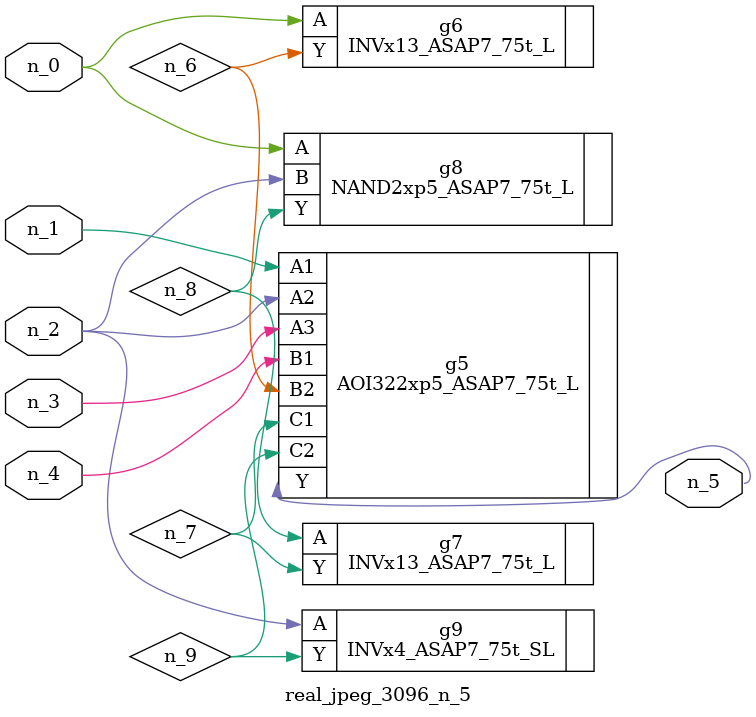
<source format=v>
module real_jpeg_3096_n_5 (n_4, n_0, n_1, n_2, n_3, n_5);

input n_4;
input n_0;
input n_1;
input n_2;
input n_3;

output n_5;

wire n_8;
wire n_6;
wire n_7;
wire n_9;

INVx13_ASAP7_75t_L g6 ( 
.A(n_0),
.Y(n_6)
);

NAND2xp5_ASAP7_75t_L g8 ( 
.A(n_0),
.B(n_2),
.Y(n_8)
);

AOI322xp5_ASAP7_75t_L g5 ( 
.A1(n_1),
.A2(n_2),
.A3(n_3),
.B1(n_4),
.B2(n_6),
.C1(n_7),
.C2(n_9),
.Y(n_5)
);

INVx4_ASAP7_75t_SL g9 ( 
.A(n_2),
.Y(n_9)
);

INVx13_ASAP7_75t_L g7 ( 
.A(n_8),
.Y(n_7)
);


endmodule
</source>
